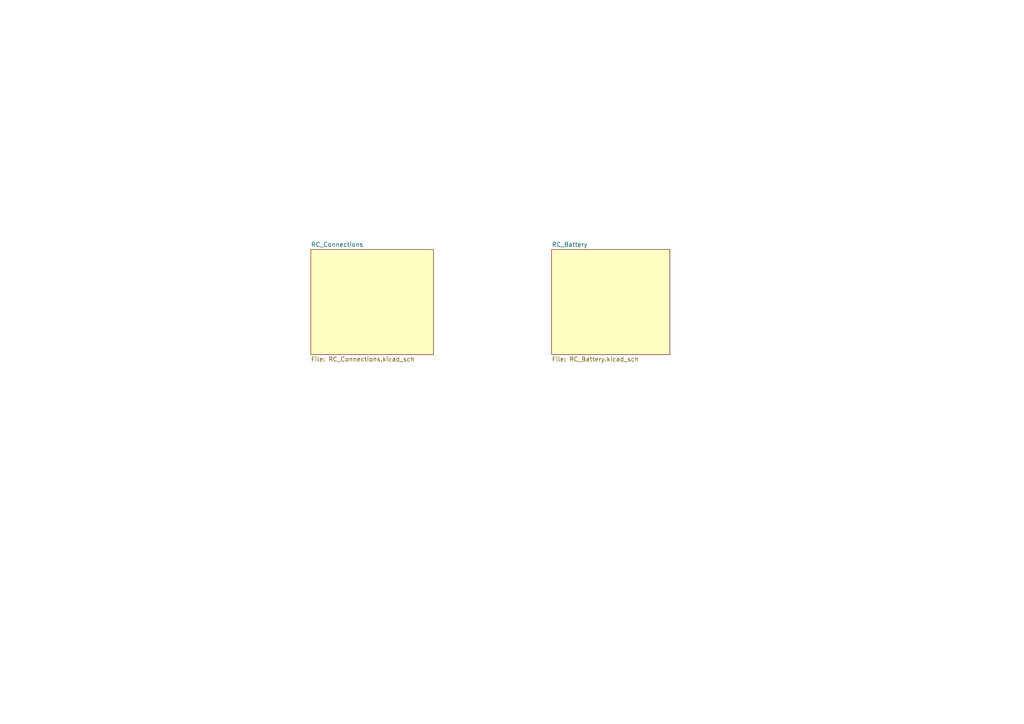
<source format=kicad_sch>
(kicad_sch
	(version 20231120)
	(generator "eeschema")
	(generator_version "8.0")
	(uuid "427b2895-e3a6-4096-b101-5f65a3f7473e")
	(paper "A4")
	(lib_symbols)
	(sheet
		(at 90.17 72.39)
		(size 35.56 30.48)
		(fields_autoplaced yes)
		(stroke
			(width 0.1524)
			(type solid)
		)
		(fill
			(color 255 255 194 1.0000)
		)
		(uuid "01bd870e-4674-4257-9660-564635d632de")
		(property "Sheetname" "RC_Connections"
			(at 90.17 71.6784 0)
			(effects
				(font
					(size 1.27 1.27)
				)
				(justify left bottom)
			)
		)
		(property "Sheetfile" "RC_Connections.kicad_sch"
			(at 90.17 103.4546 0)
			(effects
				(font
					(size 1.27 1.27)
				)
				(justify left top)
			)
		)
		(instances
			(project "RC-W25"
				(path "/427b2895-e3a6-4096-b101-5f65a3f7473e"
					(page "2")
				)
			)
		)
	)
	(sheet
		(at 160.02 72.39)
		(size 34.29 30.48)
		(fields_autoplaced yes)
		(stroke
			(width 0.1524)
			(type solid)
		)
		(fill
			(color 255 255 194 1.0000)
		)
		(uuid "9423f10d-7c89-4a48-b233-1b4f9ab13c89")
		(property "Sheetname" "RC_Battery"
			(at 160.02 71.6784 0)
			(effects
				(font
					(size 1.27 1.27)
				)
				(justify left bottom)
			)
		)
		(property "Sheetfile" "RC_Battery.kicad_sch"
			(at 160.02 103.4546 0)
			(effects
				(font
					(size 1.27 1.27)
				)
				(justify left top)
			)
		)
		(instances
			(project "RC-W25"
				(path "/427b2895-e3a6-4096-b101-5f65a3f7473e"
					(page "3")
				)
			)
		)
	)
	(sheet_instances
		(path "/"
			(page "1")
		)
	)
)

</source>
